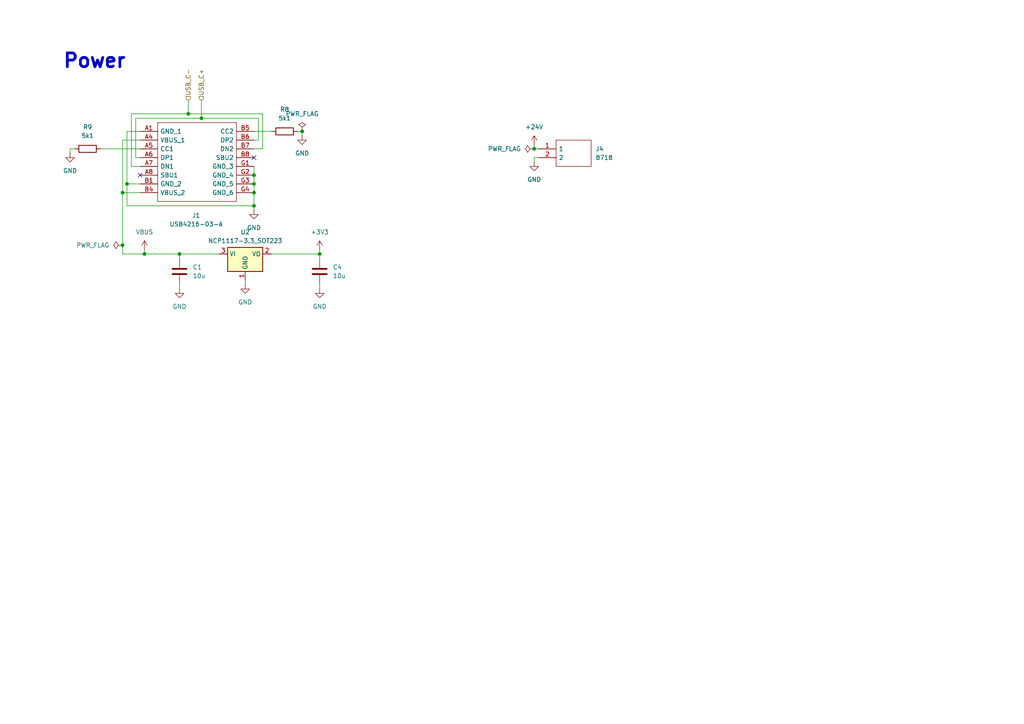
<source format=kicad_sch>
(kicad_sch
	(version 20250114)
	(generator "eeschema")
	(generator_version "9.0")
	(uuid "efafbe82-ca07-43fa-b775-03b33b7e0d6a")
	(paper "A4")
	(lib_symbols
		(symbol "Device:C"
			(pin_numbers
				(hide yes)
			)
			(pin_names
				(offset 0.254)
			)
			(exclude_from_sim no)
			(in_bom yes)
			(on_board yes)
			(property "Reference" "C"
				(at 0.635 2.54 0)
				(effects
					(font
						(size 1.27 1.27)
					)
					(justify left)
				)
			)
			(property "Value" "C"
				(at 0.635 -2.54 0)
				(effects
					(font
						(size 1.27 1.27)
					)
					(justify left)
				)
			)
			(property "Footprint" ""
				(at 0.9652 -3.81 0)
				(effects
					(font
						(size 1.27 1.27)
					)
					(hide yes)
				)
			)
			(property "Datasheet" "~"
				(at 0 0 0)
				(effects
					(font
						(size 1.27 1.27)
					)
					(hide yes)
				)
			)
			(property "Description" "Unpolarized capacitor"
				(at 0 0 0)
				(effects
					(font
						(size 1.27 1.27)
					)
					(hide yes)
				)
			)
			(property "ki_keywords" "cap capacitor"
				(at 0 0 0)
				(effects
					(font
						(size 1.27 1.27)
					)
					(hide yes)
				)
			)
			(property "ki_fp_filters" "C_*"
				(at 0 0 0)
				(effects
					(font
						(size 1.27 1.27)
					)
					(hide yes)
				)
			)
			(symbol "C_0_1"
				(polyline
					(pts
						(xy -2.032 0.762) (xy 2.032 0.762)
					)
					(stroke
						(width 0.508)
						(type default)
					)
					(fill
						(type none)
					)
				)
				(polyline
					(pts
						(xy -2.032 -0.762) (xy 2.032 -0.762)
					)
					(stroke
						(width 0.508)
						(type default)
					)
					(fill
						(type none)
					)
				)
			)
			(symbol "C_1_1"
				(pin passive line
					(at 0 3.81 270)
					(length 2.794)
					(name "~"
						(effects
							(font
								(size 1.27 1.27)
							)
						)
					)
					(number "1"
						(effects
							(font
								(size 1.27 1.27)
							)
						)
					)
				)
				(pin passive line
					(at 0 -3.81 90)
					(length 2.794)
					(name "~"
						(effects
							(font
								(size 1.27 1.27)
							)
						)
					)
					(number "2"
						(effects
							(font
								(size 1.27 1.27)
							)
						)
					)
				)
			)
			(embedded_fonts no)
		)
		(symbol "Device:R"
			(pin_numbers
				(hide yes)
			)
			(pin_names
				(offset 0)
			)
			(exclude_from_sim no)
			(in_bom yes)
			(on_board yes)
			(property "Reference" "R"
				(at 2.032 0 90)
				(effects
					(font
						(size 1.27 1.27)
					)
				)
			)
			(property "Value" "R"
				(at 0 0 90)
				(effects
					(font
						(size 1.27 1.27)
					)
				)
			)
			(property "Footprint" ""
				(at -1.778 0 90)
				(effects
					(font
						(size 1.27 1.27)
					)
					(hide yes)
				)
			)
			(property "Datasheet" "~"
				(at 0 0 0)
				(effects
					(font
						(size 1.27 1.27)
					)
					(hide yes)
				)
			)
			(property "Description" "Resistor"
				(at 0 0 0)
				(effects
					(font
						(size 1.27 1.27)
					)
					(hide yes)
				)
			)
			(property "ki_keywords" "R res resistor"
				(at 0 0 0)
				(effects
					(font
						(size 1.27 1.27)
					)
					(hide yes)
				)
			)
			(property "ki_fp_filters" "R_*"
				(at 0 0 0)
				(effects
					(font
						(size 1.27 1.27)
					)
					(hide yes)
				)
			)
			(symbol "R_0_1"
				(rectangle
					(start -1.016 -2.54)
					(end 1.016 2.54)
					(stroke
						(width 0.254)
						(type default)
					)
					(fill
						(type none)
					)
				)
			)
			(symbol "R_1_1"
				(pin passive line
					(at 0 3.81 270)
					(length 1.27)
					(name "~"
						(effects
							(font
								(size 1.27 1.27)
							)
						)
					)
					(number "1"
						(effects
							(font
								(size 1.27 1.27)
							)
						)
					)
				)
				(pin passive line
					(at 0 -3.81 90)
					(length 1.27)
					(name "~"
						(effects
							(font
								(size 1.27 1.27)
							)
						)
					)
					(number "2"
						(effects
							(font
								(size 1.27 1.27)
							)
						)
					)
				)
			)
			(embedded_fonts no)
		)
		(symbol "Regulator_Linear:NCP1117-3.3_SOT223"
			(exclude_from_sim no)
			(in_bom yes)
			(on_board yes)
			(property "Reference" "U"
				(at -3.81 3.175 0)
				(effects
					(font
						(size 1.27 1.27)
					)
				)
			)
			(property "Value" "NCP1117-3.3_SOT223"
				(at 0 3.175 0)
				(effects
					(font
						(size 1.27 1.27)
					)
					(justify left)
				)
			)
			(property "Footprint" "Package_TO_SOT_SMD:SOT-223-3_TabPin2"
				(at 0 5.08 0)
				(effects
					(font
						(size 1.27 1.27)
					)
					(hide yes)
				)
			)
			(property "Datasheet" "http://www.onsemi.com/pub_link/Collateral/NCP1117-D.PDF"
				(at 2.54 -6.35 0)
				(effects
					(font
						(size 1.27 1.27)
					)
					(hide yes)
				)
			)
			(property "Description" "1A Low drop-out regulator, Fixed Output 3.3V, SOT-223"
				(at 0 0 0)
				(effects
					(font
						(size 1.27 1.27)
					)
					(hide yes)
				)
			)
			(property "ki_keywords" "REGULATOR LDO 3.3V"
				(at 0 0 0)
				(effects
					(font
						(size 1.27 1.27)
					)
					(hide yes)
				)
			)
			(property "ki_fp_filters" "SOT?223*TabPin2*"
				(at 0 0 0)
				(effects
					(font
						(size 1.27 1.27)
					)
					(hide yes)
				)
			)
			(symbol "NCP1117-3.3_SOT223_0_1"
				(rectangle
					(start -5.08 -5.08)
					(end 5.08 1.905)
					(stroke
						(width 0.254)
						(type default)
					)
					(fill
						(type background)
					)
				)
			)
			(symbol "NCP1117-3.3_SOT223_1_1"
				(pin power_in line
					(at -7.62 0 0)
					(length 2.54)
					(name "VI"
						(effects
							(font
								(size 1.27 1.27)
							)
						)
					)
					(number "3"
						(effects
							(font
								(size 1.27 1.27)
							)
						)
					)
				)
				(pin power_in line
					(at 0 -7.62 90)
					(length 2.54)
					(name "GND"
						(effects
							(font
								(size 1.27 1.27)
							)
						)
					)
					(number "1"
						(effects
							(font
								(size 1.27 1.27)
							)
						)
					)
				)
				(pin power_out line
					(at 7.62 0 180)
					(length 2.54)
					(name "VO"
						(effects
							(font
								(size 1.27 1.27)
							)
						)
					)
					(number "2"
						(effects
							(font
								(size 1.27 1.27)
							)
						)
					)
				)
			)
			(embedded_fonts no)
		)
		(symbol "SamacSys_Parts:8718"
			(pin_names
				(offset 0.762)
			)
			(exclude_from_sim no)
			(in_bom yes)
			(on_board yes)
			(property "Reference" "J"
				(at 16.51 7.62 0)
				(effects
					(font
						(size 1.27 1.27)
					)
					(justify left)
				)
			)
			(property "Value" "8718"
				(at 16.51 5.08 0)
				(effects
					(font
						(size 1.27 1.27)
					)
					(justify left)
				)
			)
			(property "Footprint" "SHDR2W99P0X500_1X2_1001X762X1001P"
				(at 16.51 2.54 0)
				(effects
					(font
						(size 1.27 1.27)
					)
					(justify left)
					(hide yes)
				)
			)
			(property "Datasheet" "https://www.keyelco.com/product-pdf.cfm?p=14160"
				(at 16.51 0 0)
				(effects
					(font
						(size 1.27 1.27)
					)
					(justify left)
					(hide yes)
				)
			)
			(property "Description" "Fixed Terminal Blocks HORIZ. TERM. BLOCK"
				(at 0 0 0)
				(effects
					(font
						(size 1.27 1.27)
					)
					(hide yes)
				)
			)
			(property "Description_1" "Fixed Terminal Blocks HORIZ. TERM. BLOCK"
				(at 16.51 -2.54 0)
				(effects
					(font
						(size 1.27 1.27)
					)
					(justify left)
					(hide yes)
				)
			)
			(property "Height" "10.01"
				(at 16.51 -5.08 0)
				(effects
					(font
						(size 1.27 1.27)
					)
					(justify left)
					(hide yes)
				)
			)
			(property "Mouser Part Number" "534-8718"
				(at 16.51 -7.62 0)
				(effects
					(font
						(size 1.27 1.27)
					)
					(justify left)
					(hide yes)
				)
			)
			(property "Mouser Price/Stock" "https://www.mouser.co.uk/ProductDetail/Keystone-Electronics/8718?qs=%252BS1bAMbChF8qBANams%2FR5Q%3D%3D"
				(at 16.51 -10.16 0)
				(effects
					(font
						(size 1.27 1.27)
					)
					(justify left)
					(hide yes)
				)
			)
			(property "Manufacturer_Name" "Keystone Electronics"
				(at 16.51 -12.7 0)
				(effects
					(font
						(size 1.27 1.27)
					)
					(justify left)
					(hide yes)
				)
			)
			(property "Manufacturer_Part_Number" "8718"
				(at 16.51 -15.24 0)
				(effects
					(font
						(size 1.27 1.27)
					)
					(justify left)
					(hide yes)
				)
			)
			(symbol "8718_0_0"
				(pin passive line
					(at 0 0 0)
					(length 5.08)
					(name "1"
						(effects
							(font
								(size 1.27 1.27)
							)
						)
					)
					(number "1"
						(effects
							(font
								(size 1.27 1.27)
							)
						)
					)
				)
				(pin passive line
					(at 0 -2.54 0)
					(length 5.08)
					(name "2"
						(effects
							(font
								(size 1.27 1.27)
							)
						)
					)
					(number "2"
						(effects
							(font
								(size 1.27 1.27)
							)
						)
					)
				)
			)
			(symbol "8718_0_1"
				(polyline
					(pts
						(xy 5.08 2.54) (xy 15.24 2.54) (xy 15.24 -5.08) (xy 5.08 -5.08) (xy 5.08 2.54)
					)
					(stroke
						(width 0.1524)
						(type solid)
					)
					(fill
						(type none)
					)
				)
			)
			(embedded_fonts no)
		)
		(symbol "SamacSys_Parts:USB4216-03-A"
			(pin_names
				(offset 0.762)
			)
			(exclude_from_sim no)
			(in_bom yes)
			(on_board yes)
			(property "Reference" "J"
				(at 29.21 7.62 0)
				(effects
					(font
						(size 1.27 1.27)
					)
					(justify left)
				)
			)
			(property "Value" "USB4216-03-A"
				(at 29.21 5.08 0)
				(effects
					(font
						(size 1.27 1.27)
					)
					(justify left)
				)
			)
			(property "Footprint" "USB421603A"
				(at 29.21 2.54 0)
				(effects
					(font
						(size 1.27 1.27)
					)
					(justify left)
					(hide yes)
				)
			)
			(property "Datasheet" ""
				(at 29.21 0 0)
				(effects
					(font
						(size 1.27 1.27)
					)
					(justify left)
					(hide yes)
				)
			)
			(property "Description" "USB Connectors USB C Receptacle, Short Body, USB2.0, 16Pin, Horizontal, SMT"
				(at 0 0 0)
				(effects
					(font
						(size 1.27 1.27)
					)
					(hide yes)
				)
			)
			(property "Description_1" "USB Connectors USB C Receptacle, Short Body, USB2.0, 16Pin, Horizontal, SMT"
				(at 29.21 -2.54 0)
				(effects
					(font
						(size 1.27 1.27)
					)
					(justify left)
					(hide yes)
				)
			)
			(property "Height" ""
				(at 29.21 -5.08 0)
				(effects
					(font
						(size 1.27 1.27)
					)
					(justify left)
					(hide yes)
				)
			)
			(property "Mouser Part Number" "640-USB4216-03-A"
				(at 29.21 -7.62 0)
				(effects
					(font
						(size 1.27 1.27)
					)
					(justify left)
					(hide yes)
				)
			)
			(property "Mouser Price/Stock" "https://www.mouser.co.uk/ProductDetail/GCT/USB4216-03-A?qs=Tc%252BHE9vUsnv1G2UWLFIexA%3D%3D"
				(at 29.21 -10.16 0)
				(effects
					(font
						(size 1.27 1.27)
					)
					(justify left)
					(hide yes)
				)
			)
			(property "Manufacturer_Name" "GCT (GLOBAL CONNECTOR TECHNOLOGY)"
				(at 29.21 -12.7 0)
				(effects
					(font
						(size 1.27 1.27)
					)
					(justify left)
					(hide yes)
				)
			)
			(property "Manufacturer_Part_Number" "USB4216-03-A"
				(at 29.21 -15.24 0)
				(effects
					(font
						(size 1.27 1.27)
					)
					(justify left)
					(hide yes)
				)
			)
			(symbol "USB4216-03-A_0_0"
				(pin passive line
					(at 0 0 0)
					(length 5.08)
					(name "GND_1"
						(effects
							(font
								(size 1.27 1.27)
							)
						)
					)
					(number "A1"
						(effects
							(font
								(size 1.27 1.27)
							)
						)
					)
				)
				(pin passive line
					(at 0 -2.54 0)
					(length 5.08)
					(name "VBUS_1"
						(effects
							(font
								(size 1.27 1.27)
							)
						)
					)
					(number "A4"
						(effects
							(font
								(size 1.27 1.27)
							)
						)
					)
				)
				(pin passive line
					(at 0 -5.08 0)
					(length 5.08)
					(name "CC1"
						(effects
							(font
								(size 1.27 1.27)
							)
						)
					)
					(number "A5"
						(effects
							(font
								(size 1.27 1.27)
							)
						)
					)
				)
				(pin passive line
					(at 0 -7.62 0)
					(length 5.08)
					(name "DP1"
						(effects
							(font
								(size 1.27 1.27)
							)
						)
					)
					(number "A6"
						(effects
							(font
								(size 1.27 1.27)
							)
						)
					)
				)
				(pin passive line
					(at 0 -10.16 0)
					(length 5.08)
					(name "DN1"
						(effects
							(font
								(size 1.27 1.27)
							)
						)
					)
					(number "A7"
						(effects
							(font
								(size 1.27 1.27)
							)
						)
					)
				)
				(pin passive line
					(at 0 -12.7 0)
					(length 5.08)
					(name "SBU1"
						(effects
							(font
								(size 1.27 1.27)
							)
						)
					)
					(number "A8"
						(effects
							(font
								(size 1.27 1.27)
							)
						)
					)
				)
				(pin passive line
					(at 0 -15.24 0)
					(length 5.08)
					(name "GND_2"
						(effects
							(font
								(size 1.27 1.27)
							)
						)
					)
					(number "B1"
						(effects
							(font
								(size 1.27 1.27)
							)
						)
					)
				)
				(pin passive line
					(at 0 -17.78 0)
					(length 5.08)
					(name "VBUS_2"
						(effects
							(font
								(size 1.27 1.27)
							)
						)
					)
					(number "B4"
						(effects
							(font
								(size 1.27 1.27)
							)
						)
					)
				)
				(pin passive line
					(at 33.02 0 180)
					(length 5.08)
					(name "CC2"
						(effects
							(font
								(size 1.27 1.27)
							)
						)
					)
					(number "B5"
						(effects
							(font
								(size 1.27 1.27)
							)
						)
					)
				)
				(pin passive line
					(at 33.02 -2.54 180)
					(length 5.08)
					(name "DP2"
						(effects
							(font
								(size 1.27 1.27)
							)
						)
					)
					(number "B6"
						(effects
							(font
								(size 1.27 1.27)
							)
						)
					)
				)
				(pin passive line
					(at 33.02 -5.08 180)
					(length 5.08)
					(name "DN2"
						(effects
							(font
								(size 1.27 1.27)
							)
						)
					)
					(number "B7"
						(effects
							(font
								(size 1.27 1.27)
							)
						)
					)
				)
				(pin passive line
					(at 33.02 -7.62 180)
					(length 5.08)
					(name "SBU2"
						(effects
							(font
								(size 1.27 1.27)
							)
						)
					)
					(number "B8"
						(effects
							(font
								(size 1.27 1.27)
							)
						)
					)
				)
				(pin passive line
					(at 33.02 -10.16 180)
					(length 5.08)
					(name "GND_3"
						(effects
							(font
								(size 1.27 1.27)
							)
						)
					)
					(number "G1"
						(effects
							(font
								(size 1.27 1.27)
							)
						)
					)
				)
				(pin passive line
					(at 33.02 -12.7 180)
					(length 5.08)
					(name "GND_4"
						(effects
							(font
								(size 1.27 1.27)
							)
						)
					)
					(number "G2"
						(effects
							(font
								(size 1.27 1.27)
							)
						)
					)
				)
				(pin passive line
					(at 33.02 -15.24 180)
					(length 5.08)
					(name "GND_5"
						(effects
							(font
								(size 1.27 1.27)
							)
						)
					)
					(number "G3"
						(effects
							(font
								(size 1.27 1.27)
							)
						)
					)
				)
				(pin passive line
					(at 33.02 -17.78 180)
					(length 5.08)
					(name "GND_6"
						(effects
							(font
								(size 1.27 1.27)
							)
						)
					)
					(number "G4"
						(effects
							(font
								(size 1.27 1.27)
							)
						)
					)
				)
			)
			(symbol "USB4216-03-A_0_1"
				(polyline
					(pts
						(xy 5.08 2.54) (xy 27.94 2.54) (xy 27.94 -20.32) (xy 5.08 -20.32) (xy 5.08 2.54)
					)
					(stroke
						(width 0.1524)
						(type solid)
					)
					(fill
						(type none)
					)
				)
			)
			(embedded_fonts no)
		)
		(symbol "power:+24V"
			(power)
			(pin_numbers
				(hide yes)
			)
			(pin_names
				(offset 0)
				(hide yes)
			)
			(exclude_from_sim no)
			(in_bom yes)
			(on_board yes)
			(property "Reference" "#PWR"
				(at 0 -3.81 0)
				(effects
					(font
						(size 1.27 1.27)
					)
					(hide yes)
				)
			)
			(property "Value" "+24V"
				(at 0 3.556 0)
				(effects
					(font
						(size 1.27 1.27)
					)
				)
			)
			(property "Footprint" ""
				(at 0 0 0)
				(effects
					(font
						(size 1.27 1.27)
					)
					(hide yes)
				)
			)
			(property "Datasheet" ""
				(at 0 0 0)
				(effects
					(font
						(size 1.27 1.27)
					)
					(hide yes)
				)
			)
			(property "Description" "Power symbol creates a global label with name \"+24V\""
				(at 0 0 0)
				(effects
					(font
						(size 1.27 1.27)
					)
					(hide yes)
				)
			)
			(property "ki_keywords" "global power"
				(at 0 0 0)
				(effects
					(font
						(size 1.27 1.27)
					)
					(hide yes)
				)
			)
			(symbol "+24V_0_1"
				(polyline
					(pts
						(xy -0.762 1.27) (xy 0 2.54)
					)
					(stroke
						(width 0)
						(type default)
					)
					(fill
						(type none)
					)
				)
				(polyline
					(pts
						(xy 0 2.54) (xy 0.762 1.27)
					)
					(stroke
						(width 0)
						(type default)
					)
					(fill
						(type none)
					)
				)
				(polyline
					(pts
						(xy 0 0) (xy 0 2.54)
					)
					(stroke
						(width 0)
						(type default)
					)
					(fill
						(type none)
					)
				)
			)
			(symbol "+24V_1_1"
				(pin power_in line
					(at 0 0 90)
					(length 0)
					(name "~"
						(effects
							(font
								(size 1.27 1.27)
							)
						)
					)
					(number "1"
						(effects
							(font
								(size 1.27 1.27)
							)
						)
					)
				)
			)
			(embedded_fonts no)
		)
		(symbol "power:+3V3"
			(power)
			(pin_numbers
				(hide yes)
			)
			(pin_names
				(offset 0)
				(hide yes)
			)
			(exclude_from_sim no)
			(in_bom yes)
			(on_board yes)
			(property "Reference" "#PWR"
				(at 0 -3.81 0)
				(effects
					(font
						(size 1.27 1.27)
					)
					(hide yes)
				)
			)
			(property "Value" "+3V3"
				(at 0 3.556 0)
				(effects
					(font
						(size 1.27 1.27)
					)
				)
			)
			(property "Footprint" ""
				(at 0 0 0)
				(effects
					(font
						(size 1.27 1.27)
					)
					(hide yes)
				)
			)
			(property "Datasheet" ""
				(at 0 0 0)
				(effects
					(font
						(size 1.27 1.27)
					)
					(hide yes)
				)
			)
			(property "Description" "Power symbol creates a global label with name \"+3V3\""
				(at 0 0 0)
				(effects
					(font
						(size 1.27 1.27)
					)
					(hide yes)
				)
			)
			(property "ki_keywords" "global power"
				(at 0 0 0)
				(effects
					(font
						(size 1.27 1.27)
					)
					(hide yes)
				)
			)
			(symbol "+3V3_0_1"
				(polyline
					(pts
						(xy -0.762 1.27) (xy 0 2.54)
					)
					(stroke
						(width 0)
						(type default)
					)
					(fill
						(type none)
					)
				)
				(polyline
					(pts
						(xy 0 2.54) (xy 0.762 1.27)
					)
					(stroke
						(width 0)
						(type default)
					)
					(fill
						(type none)
					)
				)
				(polyline
					(pts
						(xy 0 0) (xy 0 2.54)
					)
					(stroke
						(width 0)
						(type default)
					)
					(fill
						(type none)
					)
				)
			)
			(symbol "+3V3_1_1"
				(pin power_in line
					(at 0 0 90)
					(length 0)
					(name "~"
						(effects
							(font
								(size 1.27 1.27)
							)
						)
					)
					(number "1"
						(effects
							(font
								(size 1.27 1.27)
							)
						)
					)
				)
			)
			(embedded_fonts no)
		)
		(symbol "power:GND"
			(power)
			(pin_numbers
				(hide yes)
			)
			(pin_names
				(offset 0)
				(hide yes)
			)
			(exclude_from_sim no)
			(in_bom yes)
			(on_board yes)
			(property "Reference" "#PWR"
				(at 0 -6.35 0)
				(effects
					(font
						(size 1.27 1.27)
					)
					(hide yes)
				)
			)
			(property "Value" "GND"
				(at 0 -3.81 0)
				(effects
					(font
						(size 1.27 1.27)
					)
				)
			)
			(property "Footprint" ""
				(at 0 0 0)
				(effects
					(font
						(size 1.27 1.27)
					)
					(hide yes)
				)
			)
			(property "Datasheet" ""
				(at 0 0 0)
				(effects
					(font
						(size 1.27 1.27)
					)
					(hide yes)
				)
			)
			(property "Description" "Power symbol creates a global label with name \"GND\" , ground"
				(at 0 0 0)
				(effects
					(font
						(size 1.27 1.27)
					)
					(hide yes)
				)
			)
			(property "ki_keywords" "global power"
				(at 0 0 0)
				(effects
					(font
						(size 1.27 1.27)
					)
					(hide yes)
				)
			)
			(symbol "GND_0_1"
				(polyline
					(pts
						(xy 0 0) (xy 0 -1.27) (xy 1.27 -1.27) (xy 0 -2.54) (xy -1.27 -1.27) (xy 0 -1.27)
					)
					(stroke
						(width 0)
						(type default)
					)
					(fill
						(type none)
					)
				)
			)
			(symbol "GND_1_1"
				(pin power_in line
					(at 0 0 270)
					(length 0)
					(name "~"
						(effects
							(font
								(size 1.27 1.27)
							)
						)
					)
					(number "1"
						(effects
							(font
								(size 1.27 1.27)
							)
						)
					)
				)
			)
			(embedded_fonts no)
		)
		(symbol "power:PWR_FLAG"
			(power)
			(pin_numbers
				(hide yes)
			)
			(pin_names
				(offset 0)
				(hide yes)
			)
			(exclude_from_sim no)
			(in_bom yes)
			(on_board yes)
			(property "Reference" "#FLG"
				(at 0 1.905 0)
				(effects
					(font
						(size 1.27 1.27)
					)
					(hide yes)
				)
			)
			(property "Value" "PWR_FLAG"
				(at 0 3.81 0)
				(effects
					(font
						(size 1.27 1.27)
					)
				)
			)
			(property "Footprint" ""
				(at 0 0 0)
				(effects
					(font
						(size 1.27 1.27)
					)
					(hide yes)
				)
			)
			(property "Datasheet" "~"
				(at 0 0 0)
				(effects
					(font
						(size 1.27 1.27)
					)
					(hide yes)
				)
			)
			(property "Description" "Special symbol for telling ERC where power comes from"
				(at 0 0 0)
				(effects
					(font
						(size 1.27 1.27)
					)
					(hide yes)
				)
			)
			(property "ki_keywords" "flag power"
				(at 0 0 0)
				(effects
					(font
						(size 1.27 1.27)
					)
					(hide yes)
				)
			)
			(symbol "PWR_FLAG_0_0"
				(pin power_out line
					(at 0 0 90)
					(length 0)
					(name "~"
						(effects
							(font
								(size 1.27 1.27)
							)
						)
					)
					(number "1"
						(effects
							(font
								(size 1.27 1.27)
							)
						)
					)
				)
			)
			(symbol "PWR_FLAG_0_1"
				(polyline
					(pts
						(xy 0 0) (xy 0 1.27) (xy -1.016 1.905) (xy 0 2.54) (xy 1.016 1.905) (xy 0 1.27)
					)
					(stroke
						(width 0)
						(type default)
					)
					(fill
						(type none)
					)
				)
			)
			(embedded_fonts no)
		)
		(symbol "power:VBUS"
			(power)
			(pin_numbers
				(hide yes)
			)
			(pin_names
				(offset 0)
				(hide yes)
			)
			(exclude_from_sim no)
			(in_bom yes)
			(on_board yes)
			(property "Reference" "#PWR"
				(at 0 -3.81 0)
				(effects
					(font
						(size 1.27 1.27)
					)
					(hide yes)
				)
			)
			(property "Value" "VBUS"
				(at 0 3.556 0)
				(effects
					(font
						(size 1.27 1.27)
					)
				)
			)
			(property "Footprint" ""
				(at 0 0 0)
				(effects
					(font
						(size 1.27 1.27)
					)
					(hide yes)
				)
			)
			(property "Datasheet" ""
				(at 0 0 0)
				(effects
					(font
						(size 1.27 1.27)
					)
					(hide yes)
				)
			)
			(property "Description" "Power symbol creates a global label with name \"VBUS\""
				(at 0 0 0)
				(effects
					(font
						(size 1.27 1.27)
					)
					(hide yes)
				)
			)
			(property "ki_keywords" "global power"
				(at 0 0 0)
				(effects
					(font
						(size 1.27 1.27)
					)
					(hide yes)
				)
			)
			(symbol "VBUS_0_1"
				(polyline
					(pts
						(xy -0.762 1.27) (xy 0 2.54)
					)
					(stroke
						(width 0)
						(type default)
					)
					(fill
						(type none)
					)
				)
				(polyline
					(pts
						(xy 0 2.54) (xy 0.762 1.27)
					)
					(stroke
						(width 0)
						(type default)
					)
					(fill
						(type none)
					)
				)
				(polyline
					(pts
						(xy 0 0) (xy 0 2.54)
					)
					(stroke
						(width 0)
						(type default)
					)
					(fill
						(type none)
					)
				)
			)
			(symbol "VBUS_1_1"
				(pin power_in line
					(at 0 0 90)
					(length 0)
					(name "~"
						(effects
							(font
								(size 1.27 1.27)
							)
						)
					)
					(number "1"
						(effects
							(font
								(size 1.27 1.27)
							)
						)
					)
				)
			)
			(embedded_fonts no)
		)
	)
	(text "Power"
		(exclude_from_sim no)
		(at 27.432 17.78 0)
		(effects
			(font
				(size 4 4)
				(thickness 0.8)
				(bold yes)
			)
		)
		(uuid "44d4a6ae-84ba-44dc-b108-f09c2a9183f9")
	)
	(junction
		(at 73.66 50.8)
		(diameter 0)
		(color 0 0 0 0)
		(uuid "02f7c16d-a7c6-4d73-bc05-34409f2f97ba")
	)
	(junction
		(at 54.61 33.02)
		(diameter 0)
		(color 0 0 0 0)
		(uuid "27c8bc5f-d278-4ced-8d88-e28a4af4e50e")
	)
	(junction
		(at 35.56 71.12)
		(diameter 0)
		(color 0 0 0 0)
		(uuid "3310be67-a443-435c-b69e-624a28d966e0")
	)
	(junction
		(at 87.63 38.1)
		(diameter 0)
		(color 0 0 0 0)
		(uuid "5b835507-9333-4516-ae97-f29928f2edc5")
	)
	(junction
		(at 154.94 43.18)
		(diameter 0)
		(color 0 0 0 0)
		(uuid "5c77b592-f921-4f08-939a-3974b4e1d0b0")
	)
	(junction
		(at 73.66 53.34)
		(diameter 0)
		(color 0 0 0 0)
		(uuid "8553ee22-9acc-492e-8175-3f45075b0862")
	)
	(junction
		(at 73.66 55.88)
		(diameter 0)
		(color 0 0 0 0)
		(uuid "858500bc-960b-4eaf-bbd4-982b1fb0dc84")
	)
	(junction
		(at 41.91 73.66)
		(diameter 0)
		(color 0 0 0 0)
		(uuid "8bb7273d-2cf9-49c9-be76-f0df6d05d9a0")
	)
	(junction
		(at 73.66 59.69)
		(diameter 0)
		(color 0 0 0 0)
		(uuid "8ca6a62e-7dd5-468a-bd0a-c1cb7f7b3035")
	)
	(junction
		(at 58.42 34.29)
		(diameter 0)
		(color 0 0 0 0)
		(uuid "95ce039e-33b7-43c4-a8a2-faccfe341bbb")
	)
	(junction
		(at 52.07 73.66)
		(diameter 0)
		(color 0 0 0 0)
		(uuid "9c6f6937-5830-42dd-b942-4deca4d5da64")
	)
	(junction
		(at 35.56 55.88)
		(diameter 0)
		(color 0 0 0 0)
		(uuid "b60b120f-a9aa-437e-9223-5fde9a61feea")
	)
	(junction
		(at 92.71 73.66)
		(diameter 0)
		(color 0 0 0 0)
		(uuid "bc2b626e-f45f-4f1a-98d4-9f180993ca96")
	)
	(junction
		(at 36.83 53.34)
		(diameter 0)
		(color 0 0 0 0)
		(uuid "dab7ea69-cc5a-40aa-8f02-4051cf45e251")
	)
	(no_connect
		(at 73.66 45.72)
		(uuid "111d47d5-e6f2-457b-8479-aeb858422efa")
	)
	(no_connect
		(at 40.64 50.8)
		(uuid "8de48929-4ee1-4688-a9ea-aaf2bef986e3")
	)
	(wire
		(pts
			(xy 92.71 82.55) (xy 92.71 83.82)
		)
		(stroke
			(width 0)
			(type default)
		)
		(uuid "0c670cce-6099-4553-99af-71151ca54a25")
	)
	(wire
		(pts
			(xy 156.21 43.18) (xy 154.94 43.18)
		)
		(stroke
			(width 0)
			(type default)
		)
		(uuid "0f73eec1-a358-44c4-980c-70d35426f813")
	)
	(wire
		(pts
			(xy 92.71 73.66) (xy 92.71 74.93)
		)
		(stroke
			(width 0)
			(type default)
		)
		(uuid "1d17353c-43ad-4895-9928-e78270ae8b6f")
	)
	(wire
		(pts
			(xy 73.66 50.8) (xy 73.66 53.34)
		)
		(stroke
			(width 0)
			(type default)
		)
		(uuid "1d79e807-7439-4eba-b2cd-e785a88479bc")
	)
	(wire
		(pts
			(xy 76.2 33.02) (xy 54.61 33.02)
		)
		(stroke
			(width 0)
			(type default)
		)
		(uuid "2281ff1b-3629-4507-8cff-7326b3531e4f")
	)
	(wire
		(pts
			(xy 36.83 59.69) (xy 36.83 53.34)
		)
		(stroke
			(width 0)
			(type default)
		)
		(uuid "245c30f0-834f-44f1-ab81-fa07f77f9711")
	)
	(wire
		(pts
			(xy 73.66 48.26) (xy 73.66 50.8)
		)
		(stroke
			(width 0)
			(type default)
		)
		(uuid "2e91bae2-7c8d-48f6-80aa-7a8dda2e6dc6")
	)
	(wire
		(pts
			(xy 73.66 43.18) (xy 76.2 43.18)
		)
		(stroke
			(width 0)
			(type default)
		)
		(uuid "2ecaa39a-4bc6-4e57-b14b-23fd78f46945")
	)
	(wire
		(pts
			(xy 52.07 73.66) (xy 63.5 73.66)
		)
		(stroke
			(width 0)
			(type default)
		)
		(uuid "3513a36f-f369-458f-a120-3d815696b156")
	)
	(wire
		(pts
			(xy 35.56 71.12) (xy 35.56 73.66)
		)
		(stroke
			(width 0)
			(type default)
		)
		(uuid "385d0537-658e-423b-a81c-525f0d633f1a")
	)
	(wire
		(pts
			(xy 52.07 82.55) (xy 52.07 83.82)
		)
		(stroke
			(width 0)
			(type default)
		)
		(uuid "38ae6de3-6962-44df-bba0-890ab1d5a8bc")
	)
	(wire
		(pts
			(xy 58.42 29.21) (xy 58.42 34.29)
		)
		(stroke
			(width 0)
			(type default)
		)
		(uuid "4b3c8a22-c995-44d4-9c5e-6dc7b8fe623b")
	)
	(wire
		(pts
			(xy 58.42 34.29) (xy 74.93 34.29)
		)
		(stroke
			(width 0)
			(type default)
		)
		(uuid "4d689a94-7ae1-4235-9dfa-c0f23fd5c92d")
	)
	(wire
		(pts
			(xy 35.56 40.64) (xy 35.56 55.88)
		)
		(stroke
			(width 0)
			(type default)
		)
		(uuid "5517f02c-bf30-46ec-a184-8bb4d26257d0")
	)
	(wire
		(pts
			(xy 38.1 48.26) (xy 40.64 48.26)
		)
		(stroke
			(width 0)
			(type default)
		)
		(uuid "580b0fb0-84b3-4d74-ad57-77cb38b4a170")
	)
	(wire
		(pts
			(xy 39.37 45.72) (xy 39.37 34.29)
		)
		(stroke
			(width 0)
			(type default)
		)
		(uuid "589248ec-2bf2-4fa8-b2fa-30e66346be1e")
	)
	(wire
		(pts
			(xy 38.1 33.02) (xy 38.1 48.26)
		)
		(stroke
			(width 0)
			(type default)
		)
		(uuid "5a1b4dee-b9c9-4a76-816d-28d3b6ab0ee5")
	)
	(wire
		(pts
			(xy 21.59 43.18) (xy 20.32 43.18)
		)
		(stroke
			(width 0)
			(type default)
		)
		(uuid "5a8af28e-2543-4c18-94a5-74b05083f622")
	)
	(wire
		(pts
			(xy 20.32 43.18) (xy 20.32 44.45)
		)
		(stroke
			(width 0)
			(type default)
		)
		(uuid "5b1e1174-43f5-4cb6-854d-ee4a40fc8e91")
	)
	(wire
		(pts
			(xy 35.56 55.88) (xy 35.56 71.12)
		)
		(stroke
			(width 0)
			(type default)
		)
		(uuid "5d46a81f-8e10-4487-a5a6-f2edd9f711af")
	)
	(wire
		(pts
			(xy 73.66 55.88) (xy 73.66 59.69)
		)
		(stroke
			(width 0)
			(type default)
		)
		(uuid "5f756926-1e05-4318-9b38-c77f8729d19d")
	)
	(wire
		(pts
			(xy 40.64 45.72) (xy 39.37 45.72)
		)
		(stroke
			(width 0)
			(type default)
		)
		(uuid "65a5f0ca-06a5-4f3b-92e9-56dd7b82e144")
	)
	(wire
		(pts
			(xy 74.93 34.29) (xy 74.93 40.64)
		)
		(stroke
			(width 0)
			(type default)
		)
		(uuid "6781f0af-9628-43ea-ace2-598cb234438a")
	)
	(wire
		(pts
			(xy 35.56 55.88) (xy 40.64 55.88)
		)
		(stroke
			(width 0)
			(type default)
		)
		(uuid "67fccc4e-ef69-4eff-a6d8-5d8cc6410fdd")
	)
	(wire
		(pts
			(xy 154.94 43.18) (xy 154.94 41.91)
		)
		(stroke
			(width 0)
			(type default)
		)
		(uuid "6cc4cd28-34f0-47de-933b-f1c703952688")
	)
	(wire
		(pts
			(xy 78.74 73.66) (xy 92.71 73.66)
		)
		(stroke
			(width 0)
			(type default)
		)
		(uuid "7126ecc7-5d08-4613-89e3-2bc11288cb19")
	)
	(wire
		(pts
			(xy 36.83 38.1) (xy 36.83 53.34)
		)
		(stroke
			(width 0)
			(type default)
		)
		(uuid "75662e04-e5cf-480b-bcab-f505e7e2e286")
	)
	(wire
		(pts
			(xy 35.56 73.66) (xy 41.91 73.66)
		)
		(stroke
			(width 0)
			(type default)
		)
		(uuid "80b00195-915f-48c6-b08c-88c602d678ea")
	)
	(wire
		(pts
			(xy 71.12 81.28) (xy 71.12 82.55)
		)
		(stroke
			(width 0)
			(type default)
		)
		(uuid "888b674e-1764-444a-a2a3-0256cf812ddd")
	)
	(wire
		(pts
			(xy 40.64 40.64) (xy 35.56 40.64)
		)
		(stroke
			(width 0)
			(type default)
		)
		(uuid "8de6c7ed-3572-4080-a6ba-53a8e1d9ac93")
	)
	(wire
		(pts
			(xy 40.64 38.1) (xy 36.83 38.1)
		)
		(stroke
			(width 0)
			(type default)
		)
		(uuid "8ed0139d-2d7e-49f5-b1bc-bd3a3bae791c")
	)
	(wire
		(pts
			(xy 92.71 73.66) (xy 92.71 72.39)
		)
		(stroke
			(width 0)
			(type default)
		)
		(uuid "9088506c-0c74-49df-9967-6efc2c5ed5e8")
	)
	(wire
		(pts
			(xy 74.93 40.64) (xy 73.66 40.64)
		)
		(stroke
			(width 0)
			(type default)
		)
		(uuid "9d00badd-264a-4222-acfc-888e7348da84")
	)
	(wire
		(pts
			(xy 154.94 45.72) (xy 154.94 46.99)
		)
		(stroke
			(width 0)
			(type default)
		)
		(uuid "9d2213d0-cb61-4a5d-8378-4f9e64db8d38")
	)
	(wire
		(pts
			(xy 76.2 43.18) (xy 76.2 33.02)
		)
		(stroke
			(width 0)
			(type default)
		)
		(uuid "a1c6989d-ffee-4292-bfc7-cbc1f735cf39")
	)
	(wire
		(pts
			(xy 86.36 38.1) (xy 87.63 38.1)
		)
		(stroke
			(width 0)
			(type default)
		)
		(uuid "a458811b-73c0-4028-9328-bfd5b7e365b5")
	)
	(wire
		(pts
			(xy 54.61 29.21) (xy 54.61 33.02)
		)
		(stroke
			(width 0)
			(type default)
		)
		(uuid "a5baedbd-26b2-465b-bc95-13b3bf1409fd")
	)
	(wire
		(pts
			(xy 52.07 73.66) (xy 52.07 74.93)
		)
		(stroke
			(width 0)
			(type default)
		)
		(uuid "bfd7caf0-e149-4aa4-8091-ed768f88da06")
	)
	(wire
		(pts
			(xy 87.63 38.1) (xy 87.63 39.37)
		)
		(stroke
			(width 0)
			(type default)
		)
		(uuid "c5bd0c5a-a74c-4f68-a5e2-68c6fb02ff07")
	)
	(wire
		(pts
			(xy 54.61 33.02) (xy 38.1 33.02)
		)
		(stroke
			(width 0)
			(type default)
		)
		(uuid "c606e522-d893-405f-8a0f-0f62724eb2df")
	)
	(wire
		(pts
			(xy 73.66 53.34) (xy 73.66 55.88)
		)
		(stroke
			(width 0)
			(type default)
		)
		(uuid "c9444c0b-3e65-4286-9230-6101757d5889")
	)
	(wire
		(pts
			(xy 39.37 34.29) (xy 58.42 34.29)
		)
		(stroke
			(width 0)
			(type default)
		)
		(uuid "ce0df852-40f4-4c9c-b61d-490d5a7b4f61")
	)
	(wire
		(pts
			(xy 73.66 38.1) (xy 78.74 38.1)
		)
		(stroke
			(width 0)
			(type default)
		)
		(uuid "cf81095e-570f-4594-aff7-bb8e9de7f44b")
	)
	(wire
		(pts
			(xy 36.83 53.34) (xy 40.64 53.34)
		)
		(stroke
			(width 0)
			(type default)
		)
		(uuid "cf97d856-dea2-46d7-b1a0-998e46f0ffcb")
	)
	(wire
		(pts
			(xy 41.91 72.39) (xy 41.91 73.66)
		)
		(stroke
			(width 0)
			(type default)
		)
		(uuid "e4a5b50f-947b-4bd1-86b8-17d02fcd2084")
	)
	(wire
		(pts
			(xy 29.21 43.18) (xy 40.64 43.18)
		)
		(stroke
			(width 0)
			(type default)
		)
		(uuid "f4dd433c-9169-4564-91d8-03cef66d9c54")
	)
	(wire
		(pts
			(xy 156.21 45.72) (xy 154.94 45.72)
		)
		(stroke
			(width 0)
			(type default)
		)
		(uuid "f5c13660-93f3-4404-87b1-958bc7ecde34")
	)
	(wire
		(pts
			(xy 73.66 59.69) (xy 36.83 59.69)
		)
		(stroke
			(width 0)
			(type default)
		)
		(uuid "fad2d36e-c2ea-41e9-96f3-70e8720a6dec")
	)
	(wire
		(pts
			(xy 73.66 59.69) (xy 73.66 60.96)
		)
		(stroke
			(width 0)
			(type default)
		)
		(uuid "fe3b36fd-08ea-4615-92ef-2ea35d1ed2ff")
	)
	(wire
		(pts
			(xy 41.91 73.66) (xy 52.07 73.66)
		)
		(stroke
			(width 0)
			(type default)
		)
		(uuid "fe6c3a34-9665-42ff-9079-ba16047c25b0")
	)
	(hierarchical_label "USB_C-"
		(shape input)
		(at 54.61 29.21 90)
		(effects
			(font
				(size 1.27 1.27)
			)
			(justify left)
		)
		(uuid "4317e78b-e0b4-4cf4-a82e-9ee29f1411a7")
	)
	(hierarchical_label "USB_C+"
		(shape input)
		(at 58.42 29.21 90)
		(effects
			(font
				(size 1.27 1.27)
			)
			(justify left)
		)
		(uuid "7454a366-fcf9-4cb0-859d-f2010db1a8b4")
	)
	(symbol
		(lib_id "power:GND")
		(at 20.32 44.45 0)
		(unit 1)
		(exclude_from_sim no)
		(in_bom yes)
		(on_board yes)
		(dnp no)
		(fields_autoplaced yes)
		(uuid "04390866-d214-4151-bbd4-706db4777e34")
		(property "Reference" "#PWR02"
			(at 20.32 50.8 0)
			(effects
				(font
					(size 1.27 1.27)
				)
				(hide yes)
			)
		)
		(property "Value" "GND"
			(at 20.32 49.53 0)
			(effects
				(font
					(size 1.27 1.27)
				)
			)
		)
		(property "Footprint" ""
			(at 20.32 44.45 0)
			(effects
				(font
					(size 1.27 1.27)
				)
				(hide yes)
			)
		)
		(property "Datasheet" ""
			(at 20.32 44.45 0)
			(effects
				(font
					(size 1.27 1.27)
				)
				(hide yes)
			)
		)
		(property "Description" "Power symbol creates a global label with name \"GND\" , ground"
			(at 20.32 44.45 0)
			(effects
				(font
					(size 1.27 1.27)
				)
				(hide yes)
			)
		)
		(pin "1"
			(uuid "022477bf-6d36-4417-bd21-e8d482457578")
		)
		(instances
			(project "picoStepper"
				(path "/86743b6b-fa0b-493b-8636-78970be18fa3/03481a9a-0f35-4626-9a18-1fcb5d1e6885"
					(reference "#PWR02")
					(unit 1)
				)
			)
		)
	)
	(symbol
		(lib_id "Regulator_Linear:NCP1117-3.3_SOT223")
		(at 71.12 73.66 0)
		(unit 1)
		(exclude_from_sim no)
		(in_bom yes)
		(on_board yes)
		(dnp no)
		(fields_autoplaced yes)
		(uuid "046027d3-a0b9-4114-8ee5-febe6bc7c7e0")
		(property "Reference" "U2"
			(at 71.12 67.31 0)
			(effects
				(font
					(size 1.27 1.27)
				)
			)
		)
		(property "Value" "NCP1117-3.3_SOT223"
			(at 71.12 69.85 0)
			(effects
				(font
					(size 1.27 1.27)
				)
			)
		)
		(property "Footprint" "Package_TO_SOT_SMD:SOT-223-3_TabPin2"
			(at 71.12 68.58 0)
			(effects
				(font
					(size 1.27 1.27)
				)
				(hide yes)
			)
		)
		(property "Datasheet" "http://www.onsemi.com/pub_link/Collateral/NCP1117-D.PDF"
			(at 73.66 80.01 0)
			(effects
				(font
					(size 1.27 1.27)
				)
				(hide yes)
			)
		)
		(property "Description" "1A Low drop-out regulator, Fixed Output 3.3V, SOT-223"
			(at 71.12 73.66 0)
			(effects
				(font
					(size 1.27 1.27)
				)
				(hide yes)
			)
		)
		(pin "1"
			(uuid "c0d4f6b5-eb49-492b-bcad-9f93d5bd1b97")
		)
		(pin "2"
			(uuid "6d7bd878-09bd-40b4-b23f-6275216895ff")
		)
		(pin "3"
			(uuid "7ee67669-562e-4897-9d62-17728a5827a2")
		)
		(instances
			(project ""
				(path "/86743b6b-fa0b-493b-8636-78970be18fa3/03481a9a-0f35-4626-9a18-1fcb5d1e6885"
					(reference "U2")
					(unit 1)
				)
			)
		)
	)
	(symbol
		(lib_id "power:GND")
		(at 87.63 39.37 0)
		(unit 1)
		(exclude_from_sim no)
		(in_bom yes)
		(on_board yes)
		(dnp no)
		(fields_autoplaced yes)
		(uuid "1247e112-1dda-4ff3-bdcb-b4d7db867426")
		(property "Reference" "#PWR01"
			(at 87.63 45.72 0)
			(effects
				(font
					(size 1.27 1.27)
				)
				(hide yes)
			)
		)
		(property "Value" "GND"
			(at 87.63 44.45 0)
			(effects
				(font
					(size 1.27 1.27)
				)
			)
		)
		(property "Footprint" ""
			(at 87.63 39.37 0)
			(effects
				(font
					(size 1.27 1.27)
				)
				(hide yes)
			)
		)
		(property "Datasheet" ""
			(at 87.63 39.37 0)
			(effects
				(font
					(size 1.27 1.27)
				)
				(hide yes)
			)
		)
		(property "Description" "Power symbol creates a global label with name \"GND\" , ground"
			(at 87.63 39.37 0)
			(effects
				(font
					(size 1.27 1.27)
				)
				(hide yes)
			)
		)
		(pin "1"
			(uuid "c93e26a0-d2ce-4e20-9579-518812438b1b")
		)
		(instances
			(project "picoStepper"
				(path "/86743b6b-fa0b-493b-8636-78970be18fa3/03481a9a-0f35-4626-9a18-1fcb5d1e6885"
					(reference "#PWR01")
					(unit 1)
				)
			)
		)
	)
	(symbol
		(lib_id "Device:C")
		(at 92.71 78.74 0)
		(unit 1)
		(exclude_from_sim no)
		(in_bom yes)
		(on_board yes)
		(dnp no)
		(fields_autoplaced yes)
		(uuid "252e9d4c-5a96-4d12-a137-7026a6c4e5d8")
		(property "Reference" "C4"
			(at 96.52 77.4699 0)
			(effects
				(font
					(size 1.27 1.27)
				)
				(justify left)
			)
		)
		(property "Value" "10u"
			(at 96.52 80.0099 0)
			(effects
				(font
					(size 1.27 1.27)
				)
				(justify left)
			)
		)
		(property "Footprint" "Capacitor_SMD:C_0805_2012Metric_Pad1.18x1.45mm_HandSolder"
			(at 93.6752 82.55 0)
			(effects
				(font
					(size 1.27 1.27)
				)
				(hide yes)
			)
		)
		(property "Datasheet" "~"
			(at 92.71 78.74 0)
			(effects
				(font
					(size 1.27 1.27)
				)
				(hide yes)
			)
		)
		(property "Description" "Unpolarized capacitor"
			(at 92.71 78.74 0)
			(effects
				(font
					(size 1.27 1.27)
				)
				(hide yes)
			)
		)
		(pin "1"
			(uuid "4ee890c6-0abf-432b-9ca9-5dd66af2eb9e")
		)
		(pin "2"
			(uuid "07b6bcf8-379a-450c-a246-2fb37f756e83")
		)
		(instances
			(project ""
				(path "/86743b6b-fa0b-493b-8636-78970be18fa3/03481a9a-0f35-4626-9a18-1fcb5d1e6885"
					(reference "C4")
					(unit 1)
				)
			)
		)
	)
	(symbol
		(lib_id "power:PWR_FLAG")
		(at 35.56 71.12 90)
		(unit 1)
		(exclude_from_sim no)
		(in_bom yes)
		(on_board yes)
		(dnp no)
		(fields_autoplaced yes)
		(uuid "294e2b5f-2f95-4539-8338-68a8237004fe")
		(property "Reference" "#FLG01"
			(at 33.655 71.12 0)
			(effects
				(font
					(size 1.27 1.27)
				)
				(hide yes)
			)
		)
		(property "Value" "PWR_FLAG"
			(at 31.75 71.1199 90)
			(effects
				(font
					(size 1.27 1.27)
				)
				(justify left)
			)
		)
		(property "Footprint" ""
			(at 35.56 71.12 0)
			(effects
				(font
					(size 1.27 1.27)
				)
				(hide yes)
			)
		)
		(property "Datasheet" "~"
			(at 35.56 71.12 0)
			(effects
				(font
					(size 1.27 1.27)
				)
				(hide yes)
			)
		)
		(property "Description" "Special symbol for telling ERC where power comes from"
			(at 35.56 71.12 0)
			(effects
				(font
					(size 1.27 1.27)
				)
				(hide yes)
			)
		)
		(pin "1"
			(uuid "3f6943e5-d9fc-4ad8-84ab-f861b3c97644")
		)
		(instances
			(project ""
				(path "/86743b6b-fa0b-493b-8636-78970be18fa3/03481a9a-0f35-4626-9a18-1fcb5d1e6885"
					(reference "#FLG01")
					(unit 1)
				)
			)
		)
	)
	(symbol
		(lib_id "SamacSys_Parts:USB4216-03-A")
		(at 40.64 38.1 0)
		(unit 1)
		(exclude_from_sim no)
		(in_bom yes)
		(on_board yes)
		(dnp no)
		(uuid "5242b11d-a3d7-4848-8a56-47ed783f0dab")
		(property "Reference" "J1"
			(at 56.896 62.484 0)
			(effects
				(font
					(size 1.27 1.27)
				)
			)
		)
		(property "Value" "USB4216-03-A"
			(at 56.896 65.024 0)
			(effects
				(font
					(size 1.27 1.27)
				)
			)
		)
		(property "Footprint" "SamacSys_Parts:USB421603A"
			(at 69.85 35.56 0)
			(effects
				(font
					(size 1.27 1.27)
				)
				(justify left)
				(hide yes)
			)
		)
		(property "Datasheet" ""
			(at 69.85 38.1 0)
			(effects
				(font
					(size 1.27 1.27)
				)
				(justify left)
				(hide yes)
			)
		)
		(property "Description" "USB Connectors USB C Receptacle, Short Body, USB2.0, 16Pin, Horizontal, SMT"
			(at 40.64 38.1 0)
			(effects
				(font
					(size 1.27 1.27)
				)
				(hide yes)
			)
		)
		(property "Description_1" "USB Connectors USB C Receptacle, Short Body, USB2.0, 16Pin, Horizontal, SMT"
			(at 69.85 40.64 0)
			(effects
				(font
					(size 1.27 1.27)
				)
				(justify left)
				(hide yes)
			)
		)
		(property "Height" ""
			(at 69.85 43.18 0)
			(effects
				(font
					(size 1.27 1.27)
				)
				(justify left)
				(hide yes)
			)
		)
		(property "Mouser Part Number" "640-USB4216-03-A"
			(at 69.85 45.72 0)
			(effects
				(font
					(size 1.27 1.27)
				)
				(justify left)
				(hide yes)
			)
		)
		(property "Mouser Price/Stock" "https://www.mouser.co.uk/ProductDetail/GCT/USB4216-03-A?qs=Tc%252BHE9vUsnv1G2UWLFIexA%3D%3D"
			(at 69.85 48.26 0)
			(effects
				(font
					(size 1.27 1.27)
				)
				(justify left)
				(hide yes)
			)
		)
		(property "Manufacturer_Name" "GCT (GLOBAL CONNECTOR TECHNOLOGY)"
			(at 69.85 50.8 0)
			(effects
				(font
					(size 1.27 1.27)
				)
				(justify left)
				(hide yes)
			)
		)
		(property "Manufacturer_Part_Number" "USB4216-03-A"
			(at 69.85 53.34 0)
			(effects
				(font
					(size 1.27 1.27)
				)
				(justify left)
				(hide yes)
			)
		)
		(pin "A8"
			(uuid "55077960-a656-41a0-a1b6-1fc55a45ccdd")
		)
		(pin "A1"
			(uuid "935d3bb9-d277-452a-a91d-70b0bea149f6")
		)
		(pin "A6"
			(uuid "b2078769-a001-4ef1-a515-ea650f3ec034")
		)
		(pin "B6"
			(uuid "8477cc58-6250-4f5b-9aa2-978e92385753")
		)
		(pin "G1"
			(uuid "a7e96242-a02d-4355-aed0-c34a49486c5d")
		)
		(pin "A5"
			(uuid "c940ebd6-4ccd-4ca4-84f0-6327b2d2b208")
		)
		(pin "B7"
			(uuid "7631f76d-e276-4646-91aa-fd176f4db94c")
		)
		(pin "B1"
			(uuid "edf1f809-29e3-478c-8b02-d38177e1625a")
		)
		(pin "G3"
			(uuid "b40db8cf-3896-4245-8b17-17e5ec87a5f1")
		)
		(pin "G4"
			(uuid "803df0d3-cf81-46c3-a7f8-ef437bf1e595")
		)
		(pin "A4"
			(uuid "5ef2a512-3595-492e-ac8c-620af6870445")
		)
		(pin "A7"
			(uuid "9c3ca14c-6874-4b01-9987-e09b3b22319d")
		)
		(pin "B8"
			(uuid "6450d375-78e1-470a-b921-da129ea7ca87")
		)
		(pin "G2"
			(uuid "34789f51-901b-4adf-bbff-cbdd3205f23d")
		)
		(pin "B4"
			(uuid "ac901557-cc10-4ea3-bd9d-1a01e5ad425e")
		)
		(pin "B5"
			(uuid "d3a96f89-23cd-425d-9317-77e9f769958c")
		)
		(instances
			(project "picoStepper"
				(path "/86743b6b-fa0b-493b-8636-78970be18fa3/03481a9a-0f35-4626-9a18-1fcb5d1e6885"
					(reference "J1")
					(unit 1)
				)
			)
		)
	)
	(symbol
		(lib_id "power:GND")
		(at 154.94 46.99 0)
		(unit 1)
		(exclude_from_sim no)
		(in_bom yes)
		(on_board yes)
		(dnp no)
		(fields_autoplaced yes)
		(uuid "53144cdb-64c6-4991-a5da-1d6fe0666b27")
		(property "Reference" "#PWR039"
			(at 154.94 53.34 0)
			(effects
				(font
					(size 1.27 1.27)
				)
				(hide yes)
			)
		)
		(property "Value" "GND"
			(at 154.94 52.07 0)
			(effects
				(font
					(size 1.27 1.27)
				)
			)
		)
		(property "Footprint" ""
			(at 154.94 46.99 0)
			(effects
				(font
					(size 1.27 1.27)
				)
				(hide yes)
			)
		)
		(property "Datasheet" ""
			(at 154.94 46.99 0)
			(effects
				(font
					(size 1.27 1.27)
				)
				(hide yes)
			)
		)
		(property "Description" "Power symbol creates a global label with name \"GND\" , ground"
			(at 154.94 46.99 0)
			(effects
				(font
					(size 1.27 1.27)
				)
				(hide yes)
			)
		)
		(pin "1"
			(uuid "cc2ffb35-4f64-4a7f-b31b-5ae32153fba7")
		)
		(instances
			(project ""
				(path "/86743b6b-fa0b-493b-8636-78970be18fa3/03481a9a-0f35-4626-9a18-1fcb5d1e6885"
					(reference "#PWR039")
					(unit 1)
				)
			)
		)
	)
	(symbol
		(lib_id "power:GND")
		(at 52.07 83.82 0)
		(unit 1)
		(exclude_from_sim no)
		(in_bom yes)
		(on_board yes)
		(dnp no)
		(fields_autoplaced yes)
		(uuid "609b254c-9812-4ab6-95a7-a6d3741794a3")
		(property "Reference" "#PWR04"
			(at 52.07 90.17 0)
			(effects
				(font
					(size 1.27 1.27)
				)
				(hide yes)
			)
		)
		(property "Value" "GND"
			(at 52.07 88.9 0)
			(effects
				(font
					(size 1.27 1.27)
				)
			)
		)
		(property "Footprint" ""
			(at 52.07 83.82 0)
			(effects
				(font
					(size 1.27 1.27)
				)
				(hide yes)
			)
		)
		(property "Datasheet" ""
			(at 52.07 83.82 0)
			(effects
				(font
					(size 1.27 1.27)
				)
				(hide yes)
			)
		)
		(property "Description" "Power symbol creates a global label with name \"GND\" , ground"
			(at 52.07 83.82 0)
			(effects
				(font
					(size 1.27 1.27)
				)
				(hide yes)
			)
		)
		(pin "1"
			(uuid "51349629-717c-4115-9844-96491596d478")
		)
		(instances
			(project ""
				(path "/86743b6b-fa0b-493b-8636-78970be18fa3/03481a9a-0f35-4626-9a18-1fcb5d1e6885"
					(reference "#PWR04")
					(unit 1)
				)
			)
		)
	)
	(symbol
		(lib_id "power:VBUS")
		(at 41.91 72.39 0)
		(unit 1)
		(exclude_from_sim no)
		(in_bom yes)
		(on_board yes)
		(dnp no)
		(fields_autoplaced yes)
		(uuid "60d7cd43-8479-4cb8-8357-62b851b32a5c")
		(property "Reference" "#PWR03"
			(at 41.91 76.2 0)
			(effects
				(font
					(size 1.27 1.27)
				)
				(hide yes)
			)
		)
		(property "Value" "VBUS"
			(at 41.91 67.31 0)
			(effects
				(font
					(size 1.27 1.27)
				)
			)
		)
		(property "Footprint" ""
			(at 41.91 72.39 0)
			(effects
				(font
					(size 1.27 1.27)
				)
				(hide yes)
			)
		)
		(property "Datasheet" ""
			(at 41.91 72.39 0)
			(effects
				(font
					(size 1.27 1.27)
				)
				(hide yes)
			)
		)
		(property "Description" "Power symbol creates a global label with name \"VBUS\""
			(at 41.91 72.39 0)
			(effects
				(font
					(size 1.27 1.27)
				)
				(hide yes)
			)
		)
		(pin "1"
			(uuid "c1496527-f895-45ae-b467-5ce9acf15815")
		)
		(instances
			(project ""
				(path "/86743b6b-fa0b-493b-8636-78970be18fa3/03481a9a-0f35-4626-9a18-1fcb5d1e6885"
					(reference "#PWR03")
					(unit 1)
				)
			)
		)
	)
	(symbol
		(lib_id "power:+3V3")
		(at 92.71 72.39 0)
		(unit 1)
		(exclude_from_sim no)
		(in_bom yes)
		(on_board yes)
		(dnp no)
		(fields_autoplaced yes)
		(uuid "6b83d4d6-b230-4d98-a4d2-2f96a6a5a9a8")
		(property "Reference" "#PWR06"
			(at 92.71 76.2 0)
			(effects
				(font
					(size 1.27 1.27)
				)
				(hide yes)
			)
		)
		(property "Value" "+3V3"
			(at 92.71 67.31 0)
			(effects
				(font
					(size 1.27 1.27)
				)
			)
		)
		(property "Footprint" ""
			(at 92.71 72.39 0)
			(effects
				(font
					(size 1.27 1.27)
				)
				(hide yes)
			)
		)
		(property "Datasheet" ""
			(at 92.71 72.39 0)
			(effects
				(font
					(size 1.27 1.27)
				)
				(hide yes)
			)
		)
		(property "Description" "Power symbol creates a global label with name \"+3V3\""
			(at 92.71 72.39 0)
			(effects
				(font
					(size 1.27 1.27)
				)
				(hide yes)
			)
		)
		(pin "1"
			(uuid "6f1e6114-59ce-473c-b9c5-f534428688b0")
		)
		(instances
			(project ""
				(path "/86743b6b-fa0b-493b-8636-78970be18fa3/03481a9a-0f35-4626-9a18-1fcb5d1e6885"
					(reference "#PWR06")
					(unit 1)
				)
			)
		)
	)
	(symbol
		(lib_id "power:GND")
		(at 73.66 60.96 0)
		(unit 1)
		(exclude_from_sim no)
		(in_bom yes)
		(on_board yes)
		(dnp no)
		(fields_autoplaced yes)
		(uuid "75c09f59-57e7-4f9c-9a49-18289bb77660")
		(property "Reference" "#PWR066"
			(at 73.66 67.31 0)
			(effects
				(font
					(size 1.27 1.27)
				)
				(hide yes)
			)
		)
		(property "Value" "GND"
			(at 73.66 66.04 0)
			(effects
				(font
					(size 1.27 1.27)
				)
			)
		)
		(property "Footprint" ""
			(at 73.66 60.96 0)
			(effects
				(font
					(size 1.27 1.27)
				)
				(hide yes)
			)
		)
		(property "Datasheet" ""
			(at 73.66 60.96 0)
			(effects
				(font
					(size 1.27 1.27)
				)
				(hide yes)
			)
		)
		(property "Description" "Power symbol creates a global label with name \"GND\" , ground"
			(at 73.66 60.96 0)
			(effects
				(font
					(size 1.27 1.27)
				)
				(hide yes)
			)
		)
		(pin "1"
			(uuid "64159b30-6d26-4291-b29c-4b99c3a312d9")
		)
		(instances
			(project ""
				(path "/86743b6b-fa0b-493b-8636-78970be18fa3/03481a9a-0f35-4626-9a18-1fcb5d1e6885"
					(reference "#PWR066")
					(unit 1)
				)
			)
		)
	)
	(symbol
		(lib_id "power:GND")
		(at 71.12 82.55 0)
		(unit 1)
		(exclude_from_sim no)
		(in_bom yes)
		(on_board yes)
		(dnp no)
		(fields_autoplaced yes)
		(uuid "7f6c6a28-bcab-4175-957d-eb2777c462fd")
		(property "Reference" "#PWR05"
			(at 71.12 88.9 0)
			(effects
				(font
					(size 1.27 1.27)
				)
				(hide yes)
			)
		)
		(property "Value" "GND"
			(at 71.12 87.63 0)
			(effects
				(font
					(size 1.27 1.27)
				)
			)
		)
		(property "Footprint" ""
			(at 71.12 82.55 0)
			(effects
				(font
					(size 1.27 1.27)
				)
				(hide yes)
			)
		)
		(property "Datasheet" ""
			(at 71.12 82.55 0)
			(effects
				(font
					(size 1.27 1.27)
				)
				(hide yes)
			)
		)
		(property "Description" "Power symbol creates a global label with name \"GND\" , ground"
			(at 71.12 82.55 0)
			(effects
				(font
					(size 1.27 1.27)
				)
				(hide yes)
			)
		)
		(pin "1"
			(uuid "17873db0-5bd3-47c9-bfb0-03faa92c2ffc")
		)
		(instances
			(project ""
				(path "/86743b6b-fa0b-493b-8636-78970be18fa3/03481a9a-0f35-4626-9a18-1fcb5d1e6885"
					(reference "#PWR05")
					(unit 1)
				)
			)
		)
	)
	(symbol
		(lib_id "power:PWR_FLAG")
		(at 154.94 43.18 90)
		(unit 1)
		(exclude_from_sim no)
		(in_bom yes)
		(on_board yes)
		(dnp no)
		(fields_autoplaced yes)
		(uuid "7fcc5cfd-693b-49ad-933f-8142d336f478")
		(property "Reference" "#FLG02"
			(at 153.035 43.18 0)
			(effects
				(font
					(size 1.27 1.27)
				)
				(hide yes)
			)
		)
		(property "Value" "PWR_FLAG"
			(at 151.13 43.1799 90)
			(effects
				(font
					(size 1.27 1.27)
				)
				(justify left)
			)
		)
		(property "Footprint" ""
			(at 154.94 43.18 0)
			(effects
				(font
					(size 1.27 1.27)
				)
				(hide yes)
			)
		)
		(property "Datasheet" "~"
			(at 154.94 43.18 0)
			(effects
				(font
					(size 1.27 1.27)
				)
				(hide yes)
			)
		)
		(property "Description" "Special symbol for telling ERC where power comes from"
			(at 154.94 43.18 0)
			(effects
				(font
					(size 1.27 1.27)
				)
				(hide yes)
			)
		)
		(pin "1"
			(uuid "e75e7c8f-418f-426e-bcb7-4e86e1317fdf")
		)
		(instances
			(project ""
				(path "/86743b6b-fa0b-493b-8636-78970be18fa3/03481a9a-0f35-4626-9a18-1fcb5d1e6885"
					(reference "#FLG02")
					(unit 1)
				)
			)
		)
	)
	(symbol
		(lib_id "SamacSys_Parts:8718")
		(at 156.21 43.18 0)
		(unit 1)
		(exclude_from_sim no)
		(in_bom yes)
		(on_board yes)
		(dnp no)
		(fields_autoplaced yes)
		(uuid "81a37ef3-19f0-455d-95b9-fa973d224794")
		(property "Reference" "J4"
			(at 172.72 43.1799 0)
			(effects
				(font
					(size 1.27 1.27)
				)
				(justify left)
			)
		)
		(property "Value" "8718"
			(at 172.72 45.7199 0)
			(effects
				(font
					(size 1.27 1.27)
				)
				(justify left)
			)
		)
		(property "Footprint" "SamacSys_Parts:SHDR2W99P0X500_1X2_1001X762X1001P"
			(at 172.72 40.64 0)
			(effects
				(font
					(size 1.27 1.27)
				)
				(justify left)
				(hide yes)
			)
		)
		(property "Datasheet" "https://www.keyelco.com/product-pdf.cfm?p=14160"
			(at 172.72 43.18 0)
			(effects
				(font
					(size 1.27 1.27)
				)
				(justify left)
				(hide yes)
			)
		)
		(property "Description" "Fixed Terminal Blocks HORIZ. TERM. BLOCK"
			(at 156.21 43.18 0)
			(effects
				(font
					(size 1.27 1.27)
				)
				(hide yes)
			)
		)
		(property "Description_1" "Fixed Terminal Blocks HORIZ. TERM. BLOCK"
			(at 172.72 45.72 0)
			(effects
				(font
					(size 1.27 1.27)
				)
				(justify left)
				(hide yes)
			)
		)
		(property "Height" "10.01"
			(at 172.72 48.26 0)
			(effects
				(font
					(size 1.27 1.27)
				)
				(justify left)
				(hide yes)
			)
		)
		(property "Mouser Part Number" "534-8718"
			(at 172.72 50.8 0)
			(effects
				(font
					(size 1.27 1.27)
				)
				(justify left)
				(hide yes)
			)
		)
		(property "Mouser Price/Stock" "https://www.mouser.co.uk/ProductDetail/Keystone-Electronics/8718?qs=%252BS1bAMbChF8qBANams%2FR5Q%3D%3D"
			(at 172.72 53.34 0)
			(effects
				(font
					(size 1.27 1.27)
				)
				(justify left)
				(hide yes)
			)
		)
		(property "Manufacturer_Name" "Keystone Electronics"
			(at 172.72 55.88 0)
			(effects
				(font
					(size 1.27 1.27)
				)
				(justify left)
				(hide yes)
			)
		)
		(property "Manufacturer_Part_Number" "8718"
			(at 172.72 58.42 0)
			(effects
				(font
					(size 1.27 1.27)
				)
				(justify left)
				(hide yes)
			)
		)
		(pin "2"
			(uuid "f722222c-8db1-4db1-a5da-a35022a79f3a")
		)
		(pin "1"
			(uuid "0bf581fe-31bf-4685-8c33-0395e6912780")
		)
		(instances
			(project ""
				(path "/86743b6b-fa0b-493b-8636-78970be18fa3/03481a9a-0f35-4626-9a18-1fcb5d1e6885"
					(reference "J4")
					(unit 1)
				)
			)
		)
	)
	(symbol
		(lib_id "Device:R")
		(at 82.55 38.1 90)
		(unit 1)
		(exclude_from_sim no)
		(in_bom yes)
		(on_board yes)
		(dnp no)
		(fields_autoplaced yes)
		(uuid "873e7d4a-6eee-4349-9960-0733d9c800cf")
		(property "Reference" "R8"
			(at 82.55 31.75 90)
			(effects
				(font
					(size 1.27 1.27)
				)
			)
		)
		(property "Value" "5k1"
			(at 82.55 34.29 90)
			(effects
				(font
					(size 1.27 1.27)
				)
			)
		)
		(property "Footprint" "Resistor_SMD:R_0603_1608Metric_Pad0.98x0.95mm_HandSolder"
			(at 82.55 39.878 90)
			(effects
				(font
					(size 1.27 1.27)
				)
				(hide yes)
			)
		)
		(property "Datasheet" "~"
			(at 82.55 38.1 0)
			(effects
				(font
					(size 1.27 1.27)
				)
				(hide yes)
			)
		)
		(property "Description" "Resistor"
			(at 82.55 38.1 0)
			(effects
				(font
					(size 1.27 1.27)
				)
				(hide yes)
			)
		)
		(pin "1"
			(uuid "1f8c8d03-4ed3-432d-ae25-b6bd4b0001c0")
		)
		(pin "2"
			(uuid "a855f958-743c-4c90-acb1-66bffddcf155")
		)
		(instances
			(project "picoStepper"
				(path "/86743b6b-fa0b-493b-8636-78970be18fa3/03481a9a-0f35-4626-9a18-1fcb5d1e6885"
					(reference "R8")
					(unit 1)
				)
			)
		)
	)
	(symbol
		(lib_id "power:+24V")
		(at 154.94 41.91 0)
		(unit 1)
		(exclude_from_sim no)
		(in_bom yes)
		(on_board yes)
		(dnp no)
		(fields_autoplaced yes)
		(uuid "ae448c20-f10f-4f5b-8180-1e25dd93a6ed")
		(property "Reference" "#PWR038"
			(at 154.94 45.72 0)
			(effects
				(font
					(size 1.27 1.27)
				)
				(hide yes)
			)
		)
		(property "Value" "+24V"
			(at 154.94 36.83 0)
			(effects
				(font
					(size 1.27 1.27)
				)
			)
		)
		(property "Footprint" ""
			(at 154.94 41.91 0)
			(effects
				(font
					(size 1.27 1.27)
				)
				(hide yes)
			)
		)
		(property "Datasheet" ""
			(at 154.94 41.91 0)
			(effects
				(font
					(size 1.27 1.27)
				)
				(hide yes)
			)
		)
		(property "Description" "Power symbol creates a global label with name \"+24V\""
			(at 154.94 41.91 0)
			(effects
				(font
					(size 1.27 1.27)
				)
				(hide yes)
			)
		)
		(pin "1"
			(uuid "8671ae1a-22b3-470e-bfa2-530f34b697fb")
		)
		(instances
			(project ""
				(path "/86743b6b-fa0b-493b-8636-78970be18fa3/03481a9a-0f35-4626-9a18-1fcb5d1e6885"
					(reference "#PWR038")
					(unit 1)
				)
			)
		)
	)
	(symbol
		(lib_id "Device:R")
		(at 25.4 43.18 90)
		(unit 1)
		(exclude_from_sim no)
		(in_bom yes)
		(on_board yes)
		(dnp no)
		(fields_autoplaced yes)
		(uuid "af289034-48dc-45df-9f59-67790584ae62")
		(property "Reference" "R9"
			(at 25.4 36.83 90)
			(effects
				(font
					(size 1.27 1.27)
				)
			)
		)
		(property "Value" "5k1"
			(at 25.4 39.37 90)
			(effects
				(font
					(size 1.27 1.27)
				)
			)
		)
		(property "Footprint" "Resistor_SMD:R_0603_1608Metric_Pad0.98x0.95mm_HandSolder"
			(at 25.4 44.958 90)
			(effects
				(font
					(size 1.27 1.27)
				)
				(hide yes)
			)
		)
		(property "Datasheet" "~"
			(at 25.4 43.18 0)
			(effects
				(font
					(size 1.27 1.27)
				)
				(hide yes)
			)
		)
		(property "Description" "Resistor"
			(at 25.4 43.18 0)
			(effects
				(font
					(size 1.27 1.27)
				)
				(hide yes)
			)
		)
		(pin "1"
			(uuid "7eb5cb20-1b92-460a-ad25-2b6d94aa0950")
		)
		(pin "2"
			(uuid "b227f069-c56d-47eb-affa-b1c712658166")
		)
		(instances
			(project "picoStepper"
				(path "/86743b6b-fa0b-493b-8636-78970be18fa3/03481a9a-0f35-4626-9a18-1fcb5d1e6885"
					(reference "R9")
					(unit 1)
				)
			)
		)
	)
	(symbol
		(lib_id "Device:C")
		(at 52.07 78.74 0)
		(unit 1)
		(exclude_from_sim no)
		(in_bom yes)
		(on_board yes)
		(dnp no)
		(fields_autoplaced yes)
		(uuid "b1c4b452-f5db-482b-a386-a868ae586a77")
		(property "Reference" "C1"
			(at 55.88 77.4699 0)
			(effects
				(font
					(size 1.27 1.27)
				)
				(justify left)
			)
		)
		(property "Value" "10u"
			(at 55.88 80.0099 0)
			(effects
				(font
					(size 1.27 1.27)
				)
				(justify left)
			)
		)
		(property "Footprint" "Capacitor_SMD:C_0805_2012Metric_Pad1.18x1.45mm_HandSolder"
			(at 53.0352 82.55 0)
			(effects
				(font
					(size 1.27 1.27)
				)
				(hide yes)
			)
		)
		(property "Datasheet" "~"
			(at 52.07 78.74 0)
			(effects
				(font
					(size 1.27 1.27)
				)
				(hide yes)
			)
		)
		(property "Description" "Unpolarized capacitor"
			(at 52.07 78.74 0)
			(effects
				(font
					(size 1.27 1.27)
				)
				(hide yes)
			)
		)
		(pin "2"
			(uuid "15bca9a4-f7d4-4881-bf88-3b24f07a78a2")
		)
		(pin "1"
			(uuid "ca21c2de-7ddc-425d-849a-4ca66e385c9b")
		)
		(instances
			(project ""
				(path "/86743b6b-fa0b-493b-8636-78970be18fa3/03481a9a-0f35-4626-9a18-1fcb5d1e6885"
					(reference "C1")
					(unit 1)
				)
			)
		)
	)
	(symbol
		(lib_id "power:GND")
		(at 92.71 83.82 0)
		(unit 1)
		(exclude_from_sim no)
		(in_bom yes)
		(on_board yes)
		(dnp no)
		(fields_autoplaced yes)
		(uuid "ba9b3726-7edb-4c0a-b887-550373839caa")
		(property "Reference" "#PWR07"
			(at 92.71 90.17 0)
			(effects
				(font
					(size 1.27 1.27)
				)
				(hide yes)
			)
		)
		(property "Value" "GND"
			(at 92.71 88.9 0)
			(effects
				(font
					(size 1.27 1.27)
				)
			)
		)
		(property "Footprint" ""
			(at 92.71 83.82 0)
			(effects
				(font
					(size 1.27 1.27)
				)
				(hide yes)
			)
		)
		(property "Datasheet" ""
			(at 92.71 83.82 0)
			(effects
				(font
					(size 1.27 1.27)
				)
				(hide yes)
			)
		)
		(property "Description" "Power symbol creates a global label with name \"GND\" , ground"
			(at 92.71 83.82 0)
			(effects
				(font
					(size 1.27 1.27)
				)
				(hide yes)
			)
		)
		(pin "1"
			(uuid "67cbdac3-8304-42cd-805a-a2785b1dbc4a")
		)
		(instances
			(project ""
				(path "/86743b6b-fa0b-493b-8636-78970be18fa3/03481a9a-0f35-4626-9a18-1fcb5d1e6885"
					(reference "#PWR07")
					(unit 1)
				)
			)
		)
	)
	(symbol
		(lib_id "power:PWR_FLAG")
		(at 87.63 38.1 0)
		(unit 1)
		(exclude_from_sim no)
		(in_bom yes)
		(on_board yes)
		(dnp no)
		(fields_autoplaced yes)
		(uuid "d15a6421-01ea-4b3c-8d6f-9b6a0ba38424")
		(property "Reference" "#FLG03"
			(at 87.63 36.195 0)
			(effects
				(font
					(size 1.27 1.27)
				)
				(hide yes)
			)
		)
		(property "Value" "PWR_FLAG"
			(at 87.63 33.02 0)
			(effects
				(font
					(size 1.27 1.27)
				)
			)
		)
		(property "Footprint" ""
			(at 87.63 38.1 0)
			(effects
				(font
					(size 1.27 1.27)
				)
				(hide yes)
			)
		)
		(property "Datasheet" "~"
			(at 87.63 38.1 0)
			(effects
				(font
					(size 1.27 1.27)
				)
				(hide yes)
			)
		)
		(property "Description" "Special symbol for telling ERC where power comes from"
			(at 87.63 38.1 0)
			(effects
				(font
					(size 1.27 1.27)
				)
				(hide yes)
			)
		)
		(pin "1"
			(uuid "9d15bf52-a860-4553-b362-59200e205e60")
		)
		(instances
			(project ""
				(path "/86743b6b-fa0b-493b-8636-78970be18fa3/03481a9a-0f35-4626-9a18-1fcb5d1e6885"
					(reference "#FLG03")
					(unit 1)
				)
			)
		)
	)
)

</source>
